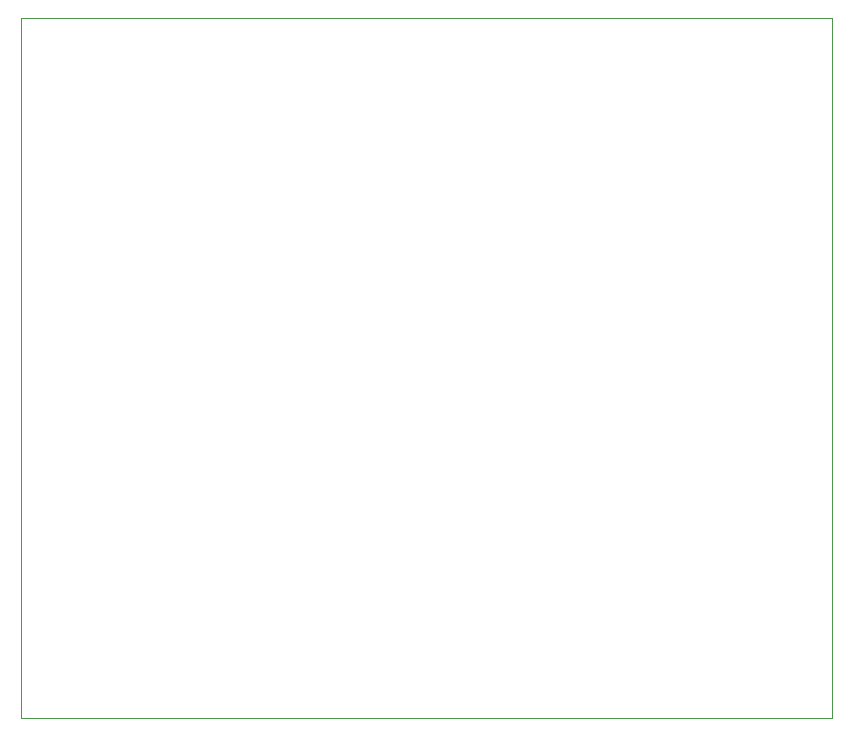
<source format=gbr>
%TF.GenerationSoftware,KiCad,Pcbnew,8.0.0-8.0.0-1~ubuntu22.04.1*%
%TF.CreationDate,2024-03-19T22:30:41+08:00*%
%TF.ProjectId,ble_midi_hardware,626c655f-6d69-4646-995f-686172647761,rev?*%
%TF.SameCoordinates,Original*%
%TF.FileFunction,Profile,NP*%
%FSLAX46Y46*%
G04 Gerber Fmt 4.6, Leading zero omitted, Abs format (unit mm)*
G04 Created by KiCad (PCBNEW 8.0.0-8.0.0-1~ubuntu22.04.1) date 2024-03-19 22:30:41*
%MOMM*%
%LPD*%
G01*
G04 APERTURE LIST*
%TA.AperFunction,Profile*%
%ADD10C,0.100000*%
%TD*%
G04 APERTURE END LIST*
D10*
X92294400Y-56684200D02*
X160934400Y-56684200D01*
X160934400Y-115934200D01*
X92294400Y-115934200D01*
X92294400Y-56684200D01*
M02*

</source>
